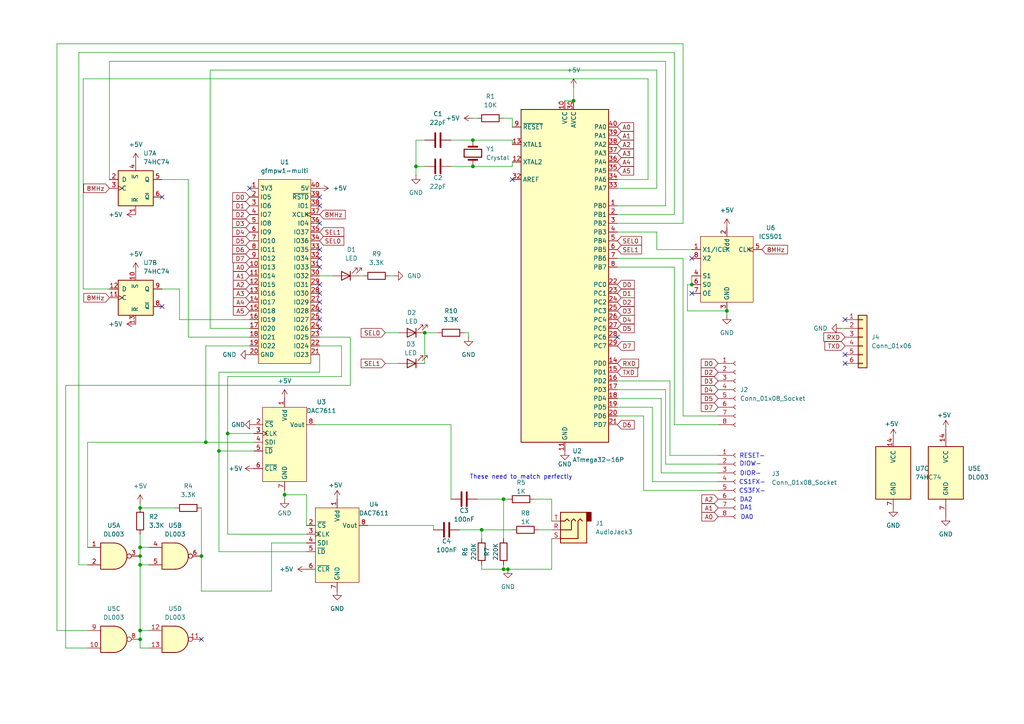
<source format=kicad_sch>
(kicad_sch (version 20231120) (generator "eeschema") (generator_version "8.0")
  (paper "A4")
  (lib_symbols
    (symbol "74xx:74HC74" (pin_names (offset 1.016))
      (property "Reference" "U" (at -7.62 8.89 0))
      (property "Value" "74HC74" (at -7.62 -8.89 0))
      (symbol "74HC74_1_0"
        (pin input line (at 0 -7.62 90) (length 2.54) (name "~{R}") (number "1"))
        (pin input line (at -7.62 2.54 0) (length 2.54) (name "D") (number "2"))
        (pin input clock (at -7.62 0 0) (length 2.54) (name "C") (number "3"))
        (pin input line (at 0 7.62 270) (length 2.54) (name "~{S}") (number "4"))
        (pin output line (at 7.62 2.54 180) (length 2.54) (name "Q") (number "5"))
        (pin output line (at 7.62 -2.54 180) (length 2.54) (name "~{Q}") (number "6"))
      )
      (symbol "74HC74_2_0"
        (pin input line (at 0 7.62 270) (length 2.54) (name "~{S}") (number "10"))
        (pin input clock (at -7.62 0 0) (length 2.54) (name "C") (number "11"))
        (pin input line (at -7.62 2.54 0) (length 2.54) (name "D") (number "12"))
        (pin input line (at 0 -7.62 90) (length 2.54) (name "~{R}") (number "13"))
        (pin output line (at 7.62 -2.54 180) (length 2.54) (name "~{Q}") (number "8"))
        (pin output line (at 7.62 2.54 180) (length 2.54) (name "Q") (number "9"))
      )
      (symbol "74HC74_3_0"
        (pin power_in line (at 0 10.16 270) (length 2.54) (name "VCC") (number "14"))
        (pin power_in line (at 0 -10.16 90) (length 2.54) (name "GND") (number "7"))
      )
    )
    (symbol "74xx:74LS03" (pin_names (offset 1.016))
      (property "Reference" "U" (at 0 1.27 0))
      (property "Value" "74LS03" (at 0 -1.27 0))
      (symbol "74LS03_1_1"
        (pin input line (at -7.62 2.54 0) (length 3.81) (name "~") (number "1"))
        (pin input line (at -7.62 -2.54 0) (length 3.81) (name "~") (number "2"))
        (pin open_collector inverted (at 7.62 0 180) (length 3.81) (name "~") (number "3"))
      )
      (symbol "74LS03_1_2"
        (pin input inverted (at -7.62 2.54 0) (length 4.318) (name "~") (number "1"))
        (pin input inverted (at -7.62 -2.54 0) (length 4.318) (name "~") (number "2"))
        (pin open_collector line (at 7.62 0 180) (length 3.81) (name "~") (number "3"))
      )
      (symbol "74LS03_2_1"
        (pin input line (at -7.62 2.54 0) (length 3.81) (name "~") (number "4"))
        (pin input line (at -7.62 -2.54 0) (length 3.81) (name "~") (number "5"))
        (pin open_collector inverted (at 7.62 0 180) (length 3.81) (name "~") (number "6"))
      )
      (symbol "74LS03_2_2"
        (pin input inverted (at -7.62 2.54 0) (length 4.318) (name "~") (number "4"))
        (pin input inverted (at -7.62 -2.54 0) (length 4.318) (name "~") (number "5"))
        (pin open_collector line (at 7.62 0 180) (length 3.81) (name "~") (number "6"))
      )
      (symbol "74LS03_3_1"
        (pin input line (at -7.62 -2.54 0) (length 3.81) (name "~") (number "10"))
        (pin open_collector inverted (at 7.62 0 180) (length 3.81) (name "~") (number "8"))
        (pin input line (at -7.62 2.54 0) (length 3.81) (name "~") (number "9"))
      )
      (symbol "74LS03_3_2"
        (pin input inverted (at -7.62 -2.54 0) (length 4.318) (name "~") (number "10"))
        (pin open_collector line (at 7.62 0 180) (length 3.81) (name "~") (number "8"))
        (pin input inverted (at -7.62 2.54 0) (length 4.318) (name "~") (number "9"))
      )
      (symbol "74LS03_4_1"
        (pin open_collector inverted (at 7.62 0 180) (length 3.81) (name "~") (number "11"))
        (pin input line (at -7.62 2.54 0) (length 3.81) (name "~") (number "12"))
        (pin input line (at -7.62 -2.54 0) (length 3.81) (name "~") (number "13"))
      )
      (symbol "74LS03_4_2"
        (pin open_collector line (at 7.62 0 180) (length 3.81) (name "~") (number "11"))
        (pin input inverted (at -7.62 2.54 0) (length 4.318) (name "~") (number "12"))
        (pin input inverted (at -7.62 -2.54 0) (length 4.318) (name "~") (number "13"))
      )
      (symbol "74LS03_5_0"
        (pin power_in line (at 0 12.7 270) (length 5.08) (name "VCC") (number "14"))
        (pin power_in line (at 0 -12.7 90) (length 5.08) (name "GND") (number "7"))
      )
    )
    (symbol "Connector:Conn_01x08_Socket" (pin_names (offset 1.016) hide)
      (property "Reference" "J" (at 0 10.16 0))
      (property "Value" "Conn_01x08_Socket" (at 0 -12.7 0))
      (symbol "Conn_01x08_Socket_1_1"
        (pin passive line (at -5.08 7.62 0) (length 3.81) (name "Pin_1") (number "1"))
        (pin passive line (at -5.08 5.08 0) (length 3.81) (name "Pin_2") (number "2"))
        (pin passive line (at -5.08 2.54 0) (length 3.81) (name "Pin_3") (number "3"))
        (pin passive line (at -5.08 0 0) (length 3.81) (name "Pin_4") (number "4"))
        (pin passive line (at -5.08 -2.54 0) (length 3.81) (name "Pin_5") (number "5"))
        (pin passive line (at -5.08 -5.08 0) (length 3.81) (name "Pin_6") (number "6"))
        (pin passive line (at -5.08 -7.62 0) (length 3.81) (name "Pin_7") (number "7"))
        (pin passive line (at -5.08 -10.16 0) (length 3.81) (name "Pin_8") (number "8"))
      )
    )
    (symbol "Connector_Audio:AudioJack3"
      (property "Reference" "J" (at 0 8.89 0))
      (property "Value" "AudioJack3" (at 0 6.35 0))
      (symbol "AudioJack3_1_1"
        (pin passive line (at 5.08 0 180) (length 2.54) (name "~") (number "R"))
        (pin passive line (at 5.08 2.54 180) (length 2.54) (name "~") (number "S"))
        (pin passive line (at 5.08 -2.54 180) (length 2.54) (name "~") (number "T"))
      )
    )
    (symbol "Connector_Generic:Conn_01x06" (pin_names (offset 1.016) hide)
      (property "Reference" "J" (at 0 7.62 0))
      (property "Value" "Conn_01x06" (at 0 -10.16 0))
      (symbol "Conn_01x06_1_1"
        (pin passive line (at -5.08 5.08 0) (length 3.81) (name "Pin_1") (number "1"))
        (pin passive line (at -5.08 2.54 0) (length 3.81) (name "Pin_2") (number "2"))
        (pin passive line (at -5.08 0 0) (length 3.81) (name "Pin_3") (number "3"))
        (pin passive line (at -5.08 -2.54 0) (length 3.81) (name "Pin_4") (number "4"))
        (pin passive line (at -5.08 -5.08 0) (length 3.81) (name "Pin_5") (number "5"))
        (pin passive line (at -5.08 -7.62 0) (length 3.81) (name "Pin_6") (number "6"))
      )
    )
    (symbol "Device:C" (pin_numbers hide) (pin_names (offset 0.254))
      (property "Reference" "C" (at 0.635 2.54 0))
      (property "Value" "C" (at 0.635 -2.54 0))
      (symbol "C_1_1"
        (pin passive line (at 0 3.81 270) (length 2.794) (name "~") (number "1"))
        (pin passive line (at 0 -3.81 90) (length 2.794) (name "~") (number "2"))
      )
    )
    (symbol "Device:Crystal" (pin_numbers hide) (pin_names (offset 1.016) hide)
      (property "Reference" "Y" (at 0 3.81 0))
      (property "Value" "Crystal" (at 0 -3.81 0))
      (symbol "Crystal_1_1"
        (pin passive line (at -3.81 0 0) (length 1.27) (name "1") (number "1"))
        (pin passive line (at 3.81 0 180) (length 1.27) (name "2") (number "2"))
      )
    )
    (symbol "Device:LED" (pin_numbers hide) (pin_names (offset 1.016) hide)
      (property "Reference" "D" (at 0 2.54 0))
      (property "Value" "LED" (at 0 -2.54 0))
      (symbol "LED_1_1"
        (pin passive line (at -3.81 0 0) (length 2.54) (name "K") (number "1"))
        (pin passive line (at 3.81 0 180) (length 2.54) (name "A") (number "2"))
      )
    )
    (symbol "Device:R" (pin_numbers hide) (pin_names (offset 0))
      (property "Reference" "R" (at 2.032 0 90))
      (property "Value" "R" (at 0 0 90))
      (symbol "R_1_1"
        (pin passive line (at 0 3.81 270) (length 1.27) (name "~") (number "1"))
        (pin passive line (at 0 -3.81 90) (length 1.27) (name "~") (number "2"))
      )
    )
    (symbol "MCU_Microchip_ATmega:ATmega32-16P"
      (property "Reference" "U" (at -12.7 49.53 0))
      (property "Value" "ATmega32-16P" (at 2.54 -49.53 0))
      (symbol "ATmega32-16P_1_1"
        (pin bidirectional line (at 15.24 20.32 180) (length 2.54) (name "PB0") (number "1"))
        (pin power_in line (at 0 50.8 270) (length 2.54) (name "VCC") (number "10"))
        (pin power_in line (at 0 -50.8 90) (length 2.54) (name "GND") (number "11"))
        (pin output line (at -15.24 33.02 0) (length 2.54) (name "XTAL2") (number "12"))
        (pin input line (at -15.24 38.1 0) (length 2.54) (name "XTAL1") (number "13"))
        (pin bidirectional line (at 15.24 -25.4 180) (length 2.54) (name "PD0") (number "14"))
        (pin bidirectional line (at 15.24 -27.94 180) (length 2.54) (name "PD1") (number "15"))
        (pin bidirectional line (at 15.24 -30.48 180) (length 2.54) (name "PD2") (number "16"))
        (pin bidirectional line (at 15.24 -33.02 180) (length 2.54) (name "PD3") (number "17"))
        (pin bidirectional line (at 15.24 -35.56 180) (length 2.54) (name "PD4") (number "18"))
        (pin bidirectional line (at 15.24 -38.1 180) (length 2.54) (name "PD5") (number "19"))
        (pin bidirectional line (at 15.24 17.78 180) (length 2.54) (name "PB1") (number "2"))
        (pin bidirectional line (at 15.24 -40.64 180) (length 2.54) (name "PD6") (number "20"))
        (pin bidirectional line (at 15.24 -43.18 180) (length 2.54) (name "PD7") (number "21"))
        (pin bidirectional line (at 15.24 -2.54 180) (length 2.54) (name "PC0") (number "22"))
        (pin bidirectional line (at 15.24 -5.08 180) (length 2.54) (name "PC1") (number "23"))
        (pin bidirectional line (at 15.24 -7.62 180) (length 2.54) (name "PC2") (number "24"))
        (pin bidirectional line (at 15.24 -10.16 180) (length 2.54) (name "PC3") (number "25"))
        (pin bidirectional line (at 15.24 -12.7 180) (length 2.54) (name "PC4") (number "26"))
        (pin bidirectional line (at 15.24 -15.24 180) (length 2.54) (name "PC5") (number "27"))
        (pin bidirectional line (at 15.24 -17.78 180) (length 2.54) (name "PC6") (number "28"))
        (pin bidirectional line (at 15.24 -20.32 180) (length 2.54) (name "PC7") (number "29"))
        (pin bidirectional line (at 15.24 15.24 180) (length 2.54) (name "PB2") (number "3"))
        (pin power_in line (at 2.54 50.8 270) (length 2.54) (name "AVCC") (number "30"))
        (pin passive line (at 0 -50.8 90) (length 2.54) hide (name "GND") (number "31"))
        (pin passive line (at -15.24 27.94 0) (length 2.54) (name "AREF") (number "32"))
        (pin bidirectional line (at 15.24 25.4 180) (length 2.54) (name "PA7") (number "33"))
        (pin bidirectional line (at 15.24 27.94 180) (length 2.54) (name "PA6") (number "34"))
        (pin bidirectional line (at 15.24 30.48 180) (length 2.54) (name "PA5") (number "35"))
        (pin bidirectional line (at 15.24 33.02 180) (length 2.54) (name "PA4") (number "36"))
        (pin bidirectional line (at 15.24 35.56 180) (length 2.54) (name "PA3") (number "37"))
        (pin bidirectional line (at 15.24 38.1 180) (length 2.54) (name "PA2") (number "38"))
        (pin bidirectional line (at 15.24 40.64 180) (length 2.54) (name "PA1") (number "39"))
        (pin bidirectional line (at 15.24 12.7 180) (length 2.54) (name "PB3") (number "4"))
        (pin bidirectional line (at 15.24 43.18 180) (length 2.54) (name "PA0") (number "40"))
        (pin bidirectional line (at 15.24 10.16 180) (length 2.54) (name "PB4") (number "5"))
        (pin bidirectional line (at 15.24 7.62 180) (length 2.54) (name "PB5") (number "6"))
        (pin bidirectional line (at 15.24 5.08 180) (length 2.54) (name "PB6") (number "7"))
        (pin bidirectional line (at 15.24 2.54 180) (length 2.54) (name "PB7") (number "8"))
        (pin input line (at -15.24 43.18 0) (length 2.54) (name "~{RESET}") (number "9"))
      )
    )
    (symbol "Tholin:DAC7611"
      (property "Reference" "U" (at 0 0 0))
      (property "Value" "DAC7611" (at 0 0 0))
      (symbol "DAC7611_1_1"
        (pin power_in line (at 0 0 270) (length 2.54) (name "Vdd") (number "1"))
        (pin input line (at -8.89 -7.62 0) (length 2.54) (name "~{CS}") (number "2"))
        (pin input clock (at -8.89 -10.16 0) (length 2.54) (name "CLK") (number "3"))
        (pin input line (at -8.89 -12.7 0) (length 2.54) (name "SDI") (number "4"))
        (pin input line (at -8.89 -15.24 0) (length 2.54) (name "~{LD}") (number "5"))
        (pin input line (at -8.89 -20.32 0) (length 2.54) (name "~{CLR}") (number "6"))
        (pin power_in line (at 0 -26.67 90) (length 2.54) (name "GND") (number "7"))
        (pin power_out line (at 8.89 -7.62 180) (length 2.54) (name "Vout") (number "8"))
      )
    )
    (symbol "Tholin:gfmpw1-multi"
      (property "Reference" "U" (at 0 0 0))
      (property "Value" "gfmpw1-multi" (at 0 0 0))
      (symbol "gfmpw1-multi_1_1"
        (pin power_out line (at -10.16 -3.81 0) (length 2.54) (name "3V3") (number "1"))
        (pin bidirectional line (at -10.16 -26.67 0) (length 2.54) (name "IO13") (number "10"))
        (pin bidirectional line (at -10.16 -29.21 0) (length 2.54) (name "IO14") (number "11"))
        (pin bidirectional line (at -10.16 -31.75 0) (length 2.54) (name "IO15") (number "12"))
        (pin bidirectional line (at -10.16 -34.29 0) (length 2.54) (name "IO16") (number "13"))
        (pin bidirectional line (at -10.16 -36.83 0) (length 2.54) (name "IO17") (number "14"))
        (pin bidirectional line (at -10.16 -39.37 0) (length 2.54) (name "IO18") (number "15"))
        (pin bidirectional line (at -10.16 -41.91 0) (length 2.54) (name "IO19") (number "16"))
        (pin bidirectional line (at -10.16 -44.45 0) (length 2.54) (name "IO20") (number "17"))
        (pin bidirectional line (at -10.16 -46.99 0) (length 2.54) (name "IO21") (number "18"))
        (pin bidirectional line (at -10.16 -49.53 0) (length 2.54) (name "IO22") (number "19"))
        (pin bidirectional line (at -10.16 -6.35 0) (length 2.54) (name "IO5") (number "2"))
        (pin power_in line (at -10.16 -52.07 0) (length 2.54) (name "GND") (number "20"))
        (pin bidirectional line (at 10.16 -52.07 180) (length 2.54) (name "IO23") (number "21"))
        (pin bidirectional line (at 10.16 -49.53 180) (length 2.54) (name "IO24") (number "22"))
        (pin bidirectional line (at 10.16 -46.99 180) (length 2.54) (name "IO25") (number "23"))
        (pin bidirectional line (at 10.16 -44.45 180) (length 2.54) (name "IO26") (number "24"))
        (pin bidirectional line (at 10.16 -41.91 180) (length 2.54) (name "IO27") (number "25"))
        (pin bidirectional line (at 10.16 -39.37 180) (length 2.54) (name "IO28") (number "26"))
        (pin bidirectional line (at 10.16 -36.83 180) (length 2.54) (name "IO29") (number "27"))
        (pin bidirectional line (at 10.16 -34.29 180) (length 2.54) (name "IO30") (number "28"))
        (pin bidirectional line (at 10.16 -31.75 180) (length 2.54) (name "IO31") (number "29"))
        (pin bidirectional line (at -10.16 -8.89 0) (length 2.54) (name "IO6") (number "3"))
        (pin bidirectional line (at 10.16 -29.21 180) (length 2.54) (name "IO32") (number "30"))
        (pin bidirectional line (at 10.16 -26.67 180) (length 2.54) (name "IO33") (number "31"))
        (pin bidirectional line (at 10.16 -24.13 180) (length 2.54) (name "IO34") (number "32"))
        (pin bidirectional line (at 10.16 -21.59 180) (length 2.54) (name "IO35") (number "33"))
        (pin bidirectional line (at 10.16 -19.05 180) (length 2.54) (name "IO36") (number "34"))
        (pin bidirectional line (at 10.16 -16.51 180) (length 2.54) (name "IO37") (number "35"))
        (pin bidirectional line (at 10.16 -13.97 180) (length 2.54) (name "IO4") (number "36"))
        (pin input clock (at 10.16 -11.43 180) (length 2.54) (name "XCLK") (number "37"))
        (pin bidirectional line (at 10.16 -8.89 180) (length 2.54) (name "IO1") (number "38"))
        (pin input line (at 10.16 -6.35 180) (length 2.54) (name "~{RSTD}") (number "39"))
        (pin bidirectional line (at -10.16 -11.43 0) (length 2.54) (name "IO7") (number "4"))
        (pin power_in line (at 10.16 -3.81 180) (length 2.54) (name "5V") (number "40"))
        (pin bidirectional line (at -10.16 -13.97 0) (length 2.54) (name "IO8") (number "5"))
        (pin bidirectional line (at -10.16 -16.51 0) (length 2.54) (name "IO9") (number "6"))
        (pin bidirectional line (at -10.16 -19.05 0) (length 2.54) (name "IO10") (number "7"))
        (pin bidirectional line (at -10.16 -21.59 0) (length 2.54) (name "IO11") (number "8"))
        (pin bidirectional line (at -10.16 -24.13 0) (length 2.54) (name "IO12") (number "9"))
      )
    )
    (symbol "TholinsStuff:ICS501"
      (property "Reference" "U" (at 0 0 0))
      (property "Value" "ICS501" (at 0 0 0))
      (symbol "ICS501_1_1"
        (pin input line (at -10.16 -7.62 0) (length 2.54) (name "X1/ICLK") (number "1"))
        (pin power_in line (at 0 -1.27 270) (length 2.54) (name "Vdd") (number "2"))
        (pin power_in line (at 0 -25.4 90) (length 2.54) (name "GND") (number "3"))
        (pin input line (at -10.16 -15.24 0) (length 2.54) (name "S1") (number "4"))
        (pin output clock (at 10.16 -7.62 180) (length 2.54) (name "CLK") (number "5"))
        (pin input line (at -10.16 -17.78 0) (length 2.54) (name "S0") (number "6"))
        (pin input line (at -10.16 -20.32 0) (length 2.54) (name "OE") (number "7"))
        (pin input line (at -10.16 -10.16 0) (length 2.54) (name "X2") (number "8"))
      )
    )
    (symbol "power:+5V" (power) (pin_numbers hide) (pin_names (offset 0) hide)
      (property "Value" "+5V" (at 0 3.556 0))
      (symbol "+5V_1_1"
        (pin power_in line (at 0 0 90) (length 0) (name "~") (number "1"))
      )
    )
    (symbol "power:GND" (power) (pin_numbers hide) (pin_names (offset 0) hide)
      (property "Value" "GND" (at 0 -3.81 0))
      (symbol "GND_1_1"
        (pin power_in line (at 0 0 270) (length 0) (name "~") (number "1"))
      )
    )
  )
  (junction (at 146.05 165.1))
  (junction (at 137.16 48.26))
  (junction (at 63.5 130.81))
  (junction (at 123.19 96.52))
  (junction (at 166.37 29.21))
  (junction (at 137.16 40.64))
  (junction (at 40.64 185.42))
  (junction (at 40.64 163.83))
  (junction (at 40.64 158.75))
  (junction (at 40.64 182.88))
  (junction (at 147.32 165.1))
  (junction (at 40.64 161.29))
  (junction (at 59.69 128.27))
  (junction (at 40.64 147.32))
  (junction (at 120.65 48.26))
  (junction (at 200.66 82.55))
  (junction (at 66.04 125.73))
  (junction (at 58.42 161.29))
  (junction (at 146.05 144.78))
  (junction (at 210.82 90.17))
  (junction (at 82.55 143.51))
  (junction (at 139.7 153.67))
  (no_connect (at 245.11 105.41))
  (no_connect (at 92.71 95.25))
  (no_connect (at 92.71 82.55))
  (no_connect (at 200.66 85.09))
  (no_connect (at 92.71 64.77))
  (no_connect (at 245.11 92.71))
  (no_connect (at 148.59 52.07))
  (no_connect (at 46.99 88.9))
  (no_connect (at 72.39 54.61))
  (no_connect (at 92.71 57.15))
  (no_connect (at 92.71 74.93))
  (no_connect (at 92.71 92.71))
  (no_connect (at 92.71 59.69))
  (no_connect (at 92.71 87.63))
  (no_connect (at 46.99 57.15))
  (no_connect (at 200.66 74.93))
  (no_connect (at 179.07 97.79))
  (no_connect (at 92.71 90.17))
  (no_connect (at 58.42 185.42))
  (no_connect (at 92.71 77.47))
  (no_connect (at 92.71 72.39))
  (no_connect (at 245.11 102.87))
  (no_connect (at 92.71 85.09))
  (wire (pts (xy 58.42 147.32) (xy 58.42 161.29)))
  (wire (pts (xy 60.96 20.32) (xy 190.5 20.32)))
  (wire (pts (xy 125.73 152.4) (xy 125.73 153.67)))
  (wire (pts (xy 139.7 163.83) (xy 139.7 165.1)))
  (wire (pts (xy 16.51 12.7) (xy 198.12 12.7)))
  (wire (pts (xy 137.16 40.64) (xy 148.59 40.64)))
  (wire (pts (xy 146.05 144.78) (xy 147.32 144.78)))
  (wire (pts (xy 146.05 144.78) (xy 146.05 156.21)))
  (wire (pts (xy 63.5 160.02) (xy 63.5 130.81)))
  (wire (pts (xy 135.89 96.52) (xy 135.89 97.79)))
  (wire (pts (xy 193.04 113.03) (xy 193.04 134.62)))
  (wire (pts (xy 111.76 105.41) (xy 115.57 105.41)))
  (wire (pts (xy 148.59 34.29) (xy 148.59 36.83)))
  (wire (pts (xy 195.58 15.24) (xy 195.58 62.23)))
  (wire (pts (xy 146.05 163.83) (xy 146.05 165.1)))
  (wire (pts (xy 24.13 22.86) (xy 187.96 22.86)))
  (wire (pts (xy 146.05 34.29) (xy 148.59 34.29)))
  (wire (pts (xy 139.7 153.67) (xy 148.59 153.67)))
  (wire (pts (xy 25.4 182.88) (xy 16.51 182.88)))
  (wire (pts (xy 58.42 161.29) (xy 58.42 171.45)))
  (wire (pts (xy 139.7 153.67) (xy 139.7 156.21)))
  (wire (pts (xy 194.31 110.49) (xy 194.31 132.08)))
  (wire (pts (xy 160.02 156.21) (xy 160.02 165.1)))
  (wire (pts (xy 46.99 52.07) (xy 54.61 52.07)))
  (wire (pts (xy 146.05 165.1) (xy 147.32 165.1)))
  (wire (pts (xy 54.61 52.07) (xy 54.61 97.79)))
  (wire (pts (xy 78.74 171.45) (xy 78.74 157.48)))
  (wire (pts (xy 92.71 80.01) (xy 96.52 80.01)))
  (wire (pts (xy 88.9 154.94) (xy 66.04 154.94)))
  (wire (pts (xy 166.37 25.4) (xy 166.37 29.21)))
  (wire (pts (xy 40.64 158.75) (xy 40.64 161.29)))
  (wire (pts (xy 189.23 139.7) (xy 208.28 139.7)))
  (wire (pts (xy 25.4 158.75) (xy 25.4 128.27)))
  (wire (pts (xy 31.75 17.78) (xy 31.75 52.07)))
  (wire (pts (xy 179.07 110.49) (xy 194.31 110.49)))
  (wire (pts (xy 179.07 59.69) (xy 193.04 59.69)))
  (wire (pts (xy 101.6 97.79) (xy 101.6 111.76)))
  (wire (pts (xy 106.68 152.4) (xy 125.73 152.4)))
  (wire (pts (xy 200.66 72.39) (xy 190.5 72.39)))
  (wire (pts (xy 160.02 144.78) (xy 160.02 151.13)))
  (wire (pts (xy 43.18 158.75) (xy 40.64 158.75)))
  (wire (pts (xy 40.64 147.32) (xy 50.8 147.32)))
  (wire (pts (xy 120.65 40.64) (xy 120.65 48.26)))
  (wire (pts (xy 198.12 74.93) (xy 198.12 120.65)))
  (wire (pts (xy 179.07 120.65) (xy 186.69 120.65)))
  (wire (pts (xy 179.07 113.03) (xy 193.04 113.03)))
  (wire (pts (xy 179.07 118.11) (xy 189.23 118.11)))
  (wire (pts (xy 43.18 163.83) (xy 40.64 163.83)))
  (wire (pts (xy 24.13 83.82) (xy 31.75 83.82)))
  (wire (pts (xy 120.65 48.26) (xy 123.19 48.26)))
  (wire (pts (xy 78.74 157.48) (xy 88.9 157.48)))
  (wire (pts (xy 99.06 109.22) (xy 66.04 109.22)))
  (wire (pts (xy 130.81 123.19) (xy 130.81 144.78)))
  (wire (pts (xy 88.9 160.02) (xy 63.5 160.02)))
  (wire (pts (xy 40.64 146.05) (xy 40.64 147.32)))
  (wire (pts (xy 200.66 82.55) (xy 199.39 82.55)))
  (wire (pts (xy 199.39 82.55) (xy 199.39 90.17)))
  (wire (pts (xy 72.39 95.25) (xy 60.96 95.25)))
  (wire (pts (xy 187.96 52.07) (xy 187.96 22.86)))
  (wire (pts (xy 88.9 152.4) (xy 88.9 143.51)))
  (wire (pts (xy 92.71 97.79) (xy 101.6 97.79)))
  (wire (pts (xy 130.81 40.64) (xy 137.16 40.64)))
  (wire (pts (xy 198.12 12.7) (xy 198.12 64.77)))
  (wire (pts (xy 40.64 182.88) (xy 40.64 185.42)))
  (wire (pts (xy 31.75 17.78) (xy 193.04 17.78)))
  (wire (pts (xy 63.5 107.95) (xy 63.5 130.81)))
  (wire (pts (xy 66.04 109.22) (xy 66.04 125.73)))
  (wire (pts (xy 195.58 62.23) (xy 179.07 62.23)))
  (wire (pts (xy 195.58 123.19) (xy 208.28 123.19)))
  (wire (pts (xy 179.07 77.47) (xy 195.58 77.47)))
  (wire (pts (xy 16.51 182.88) (xy 16.51 12.7)))
  (wire (pts (xy 52.07 83.82) (xy 52.07 92.71)))
  (wire (pts (xy 190.5 72.39) (xy 190.5 67.31)))
  (wire (pts (xy 59.69 128.27) (xy 73.66 128.27)))
  (wire (pts (xy 133.35 153.67) (xy 139.7 153.67)))
  (wire (pts (xy 92.71 102.87) (xy 92.71 107.95)))
  (wire (pts (xy 25.4 128.27) (xy 59.69 128.27)))
  (wire (pts (xy 200.66 80.01) (xy 200.66 82.55)))
  (wire (pts (xy 88.9 143.51) (xy 82.55 143.51)))
  (wire (pts (xy 66.04 125.73) (xy 73.66 125.73)))
  (wire (pts (xy 92.71 100.33) (xy 99.06 100.33)))
  (wire (pts (xy 210.82 91.44) (xy 210.82 90.17)))
  (wire (pts (xy 52.07 92.71) (xy 72.39 92.71)))
  (wire (pts (xy 179.07 115.57) (xy 191.77 115.57)))
  (wire (pts (xy 130.81 48.26) (xy 137.16 48.26)))
  (wire (pts (xy 198.12 120.65) (xy 208.28 120.65)))
  (wire (pts (xy 40.64 182.88) (xy 43.18 182.88)))
  (wire (pts (xy 123.19 96.52) (xy 127 96.52)))
  (wire (pts (xy 92.71 107.95) (xy 63.5 107.95)))
  (wire (pts (xy 24.13 22.86) (xy 24.13 83.82)))
  (wire (pts (xy 82.55 144.78) (xy 82.55 143.51)))
  (wire (pts (xy 194.31 132.08) (xy 208.28 132.08)))
  (wire (pts (xy 40.64 154.94) (xy 40.64 158.75)))
  (wire (pts (xy 123.19 40.64) (xy 120.65 40.64)))
  (wire (pts (xy 104.14 80.01) (xy 105.41 80.01)))
  (wire (pts (xy 40.64 163.83) (xy 40.64 161.29)))
  (wire (pts (xy 60.96 95.25) (xy 60.96 20.32)))
  (wire (pts (xy 154.94 144.78) (xy 160.02 144.78)))
  (wire (pts (xy 63.5 130.81) (xy 73.66 130.81)))
  (wire (pts (xy 19.05 187.96) (xy 25.4 187.96)))
  (wire (pts (xy 54.61 97.79) (xy 72.39 97.79)))
  (wire (pts (xy 156.21 153.67) (xy 160.02 153.67)))
  (wire (pts (xy 137.16 48.26) (xy 148.59 48.26)))
  (wire (pts (xy 195.58 77.47) (xy 195.58 123.19)))
  (wire (pts (xy 148.59 48.26) (xy 148.59 46.99)))
  (wire (pts (xy 138.43 144.78) (xy 146.05 144.78)))
  (wire (pts (xy 46.99 83.82) (xy 52.07 83.82)))
  (wire (pts (xy 40.64 187.96) (xy 40.64 185.42)))
  (wire (pts (xy 111.76 96.52) (xy 115.57 96.52)))
  (wire (pts (xy 91.44 123.19) (xy 130.81 123.19)))
  (wire (pts (xy 198.12 64.77) (xy 179.07 64.77)))
  (wire (pts (xy 243.84 95.25) (xy 245.11 95.25)))
  (wire (pts (xy 191.77 137.16) (xy 208.28 137.16)))
  (wire (pts (xy 190.5 20.32) (xy 190.5 54.61)))
  (wire (pts (xy 179.07 52.07) (xy 187.96 52.07)))
  (wire (pts (xy 190.5 67.31) (xy 179.07 67.31)))
  (wire (pts (xy 139.7 165.1) (xy 146.05 165.1)))
  (wire (pts (xy 66.04 154.94) (xy 66.04 125.73)))
  (wire (pts (xy 58.42 171.45) (xy 78.74 171.45)))
  (wire (pts (xy 134.62 96.52) (xy 135.89 96.52)))
  (wire (pts (xy 19.05 111.76) (xy 19.05 187.96)))
  (wire (pts (xy 22.86 15.24) (xy 195.58 15.24)))
  (wire (pts (xy 190.5 54.61) (xy 179.07 54.61)))
  (wire (pts (xy 59.69 100.33) (xy 59.69 128.27)))
  (wire (pts (xy 43.18 187.96) (xy 40.64 187.96)))
  (wire (pts (xy 160.02 165.1) (xy 147.32 165.1)))
  (wire (pts (xy 179.07 74.93) (xy 198.12 74.93)))
  (wire (pts (xy 72.39 100.33) (xy 59.69 100.33)))
  (wire (pts (xy 166.37 29.21) (xy 163.83 29.21)))
  (wire (pts (xy 193.04 59.69) (xy 193.04 17.78)))
  (wire (pts (xy 120.65 50.8) (xy 120.65 48.26)))
  (wire (pts (xy 186.69 142.24) (xy 208.28 142.24)))
  (wire (pts (xy 186.69 120.65) (xy 186.69 142.24)))
  (wire (pts (xy 137.16 34.29) (xy 138.43 34.29)))
  (wire (pts (xy 148.59 40.64) (xy 148.59 41.91)))
  (wire (pts (xy 199.39 90.17) (xy 210.82 90.17)))
  (wire (pts (xy 99.06 100.33) (xy 99.06 109.22)))
  (wire (pts (xy 25.4 163.83) (xy 22.86 163.83)))
  (wire (pts (xy 191.77 115.57) (xy 191.77 137.16)))
  (wire (pts (xy 123.19 105.41) (xy 123.19 96.52)))
  (wire (pts (xy 82.55 143.51) (xy 82.55 142.24)))
  (wire (pts (xy 189.23 118.11) (xy 189.23 139.7)))
  (wire (pts (xy 40.64 163.83) (xy 40.64 182.88)))
  (wire (pts (xy 113.03 80.01) (xy 114.3 80.01)))
  (wire (pts (xy 22.86 163.83) (xy 22.86 15.24)))
  (wire (pts (xy 101.6 111.76) (xy 19.05 111.76)))
  (wire (pts (xy 193.04 134.62) (xy 208.28 134.62)))
  (text "These need to match perfectly" (at 151.13 138.43 0) (effects (font (size 1.27 1.27))))
  (text "DA0" (at 216.662 150.114 0) (effects (font (size 1.27 1.27))))
  (text "DIOW-" (at 217.678 134.62 0) (effects (font (size 1.27 1.27))))
  (text "DA2" (at 216.408 145.034 0) (effects (font (size 1.27 1.27))))
  (text "CS1FX-" (at 218.186 139.954 0) (effects (font (size 1.27 1.27))))
  (text "RESET-" (at 218.186 132.334 0) (effects (font (size 1.27 1.27))))
  (text "DA1" (at 216.408 147.32 0) (effects (font (size 1.27 1.27))))
  (text "CS3FX-" (at 218.186 142.494 0) (effects (font (size 1.27 1.27))))
  (text "DIOR-" (at 217.678 137.414 0) (effects (font (size 1.27 1.27))))
  (global_label "A4" (shape input) (at 179.07 46.99 0) (property "Intersheetrefs" "${INTERSHEET_REFS}" (effects (hide yes))))
  (global_label "8MHz" (shape input) (at 220.98 72.39 0) (property "Intersheetrefs" "${INTERSHEET_REFS}" (effects (hide yes))))
  (global_label "SEL1" (shape input) (at 179.07 72.39 0) (property "Intersheetrefs" "${INTERSHEET_REFS}" (effects (hide yes))))
  (global_label "SEL1" (shape input) (at 92.71 67.31 0) (property "Intersheetrefs" "${INTERSHEET_REFS}" (effects (hide yes))))
  (global_label "8MHz" (shape input) (at 31.75 54.61 180) (property "Intersheetrefs" "${INTERSHEET_REFS}" (effects (hide yes))))
  (global_label "A5" (shape input) (at 179.07 49.53 0) (property "Intersheetrefs" "${INTERSHEET_REFS}" (effects (hide yes))))
  (global_label "D3" (shape input) (at 72.39 64.77 180) (property "Intersheetrefs" "${INTERSHEET_REFS}" (effects (hide yes))))
  (global_label "TXD" (shape input) (at 245.11 100.33 180) (property "Intersheetrefs" "${INTERSHEET_REFS}" (effects (hide yes))))
  (global_label "D2" (shape input) (at 179.07 87.63 0) (property "Intersheetrefs" "${INTERSHEET_REFS}" (effects (hide yes))))
  (global_label "A0" (shape input) (at 208.28 149.86 180) (property "Intersheetrefs" "${INTERSHEET_REFS}" (effects (hide yes))))
  (global_label "A0" (shape input) (at 72.39 77.47 180) (property "Intersheetrefs" "${INTERSHEET_REFS}" (effects (hide yes))))
  (global_label "D4" (shape input) (at 208.28 113.03 180) (property "Intersheetrefs" "${INTERSHEET_REFS}" (effects (hide yes))))
  (global_label "SEL0" (shape input) (at 111.76 96.52 180) (property "Intersheetrefs" "${INTERSHEET_REFS}" (effects (hide yes))))
  (global_label "RXD" (shape input) (at 245.11 97.79 180) (property "Intersheetrefs" "${INTERSHEET_REFS}" (effects (hide yes))))
  (global_label "D0" (shape input) (at 208.28 105.41 180) (property "Intersheetrefs" "${INTERSHEET_REFS}" (effects (hide yes))))
  (global_label "A4" (shape input) (at 72.39 87.63 180) (property "Intersheetrefs" "${INTERSHEET_REFS}" (effects (hide yes))))
  (global_label "D3" (shape input) (at 179.07 90.17 0) (property "Intersheetrefs" "${INTERSHEET_REFS}" (effects (hide yes))))
  (global_label "A3" (shape input) (at 179.07 44.45 0) (property "Intersheetrefs" "${INTERSHEET_REFS}" (effects (hide yes))))
  (global_label "SEL1" (shape input) (at 111.76 105.41 180) (property "Intersheetrefs" "${INTERSHEET_REFS}" (effects (hide yes))))
  (global_label "A1" (shape input) (at 208.28 147.32 180) (property "Intersheetrefs" "${INTERSHEET_REFS}" (effects (hide yes))))
  (global_label "D4" (shape input) (at 179.07 92.71 0) (property "Intersheetrefs" "${INTERSHEET_REFS}" (effects (hide yes))))
  (global_label "SEL0" (shape input) (at 179.07 69.85 0) (property "Intersheetrefs" "${INTERSHEET_REFS}" (effects (hide yes))))
  (global_label "D2" (shape input) (at 208.28 107.95 180) (property "Intersheetrefs" "${INTERSHEET_REFS}" (effects (hide yes))))
  (global_label "RXD" (shape input) (at 179.07 105.41 0) (property "Intersheetrefs" "${INTERSHEET_REFS}" (effects (hide yes))))
  (global_label "TXD" (shape input) (at 179.07 107.95 0) (property "Intersheetrefs" "${INTERSHEET_REFS}" (effects (hide yes))))
  (global_label "A2" (shape input) (at 72.39 82.55 180) (property "Intersheetrefs" "${INTERSHEET_REFS}" (effects (hide yes))))
  (global_label "A5" (shape input) (at 72.39 90.17 180) (property "Intersheetrefs" "${INTERSHEET_REFS}" (effects (hide yes))))
  (global_label "D0" (shape input) (at 72.39 57.15 180) (property "Intersheetrefs" "${INTERSHEET_REFS}" (effects (hide yes))))
  (global_label "D6" (shape input) (at 179.07 123.19 0) (property "Intersheetrefs" "${INTERSHEET_REFS}" (effects (hide yes))))
  (global_label "A2" (shape input) (at 208.28 144.78 180) (property "Intersheetrefs" "${INTERSHEET_REFS}" (effects (hide yes))))
  (global_label "A0" (shape input) (at 179.07 36.83 0) (property "Intersheetrefs" "${INTERSHEET_REFS}" (effects (hide yes))))
  (global_label "D5" (shape input) (at 179.07 95.25 0) (property "Intersheetrefs" "${INTERSHEET_REFS}" (effects (hide yes))))
  (global_label "8MHz" (shape input) (at 31.75 86.36 180) (property "Intersheetrefs" "${INTERSHEET_REFS}" (effects (hide yes))))
  (global_label "D6" (shape input) (at 72.39 72.39 180) (property "Intersheetrefs" "${INTERSHEET_REFS}" (effects (hide yes))))
  (global_label "D1" (shape input) (at 72.39 59.69 180) (property "Intersheetrefs" "${INTERSHEET_REFS}" (effects (hide yes))))
  (global_label "D7" (shape input) (at 72.39 74.93 180) (property "Intersheetrefs" "${INTERSHEET_REFS}" (effects (hide yes))))
  (global_label "A1" (shape input) (at 72.39 80.01 180) (property "Intersheetrefs" "${INTERSHEET_REFS}" (effects (hide yes))))
  (global_label "SEL0" (shape input) (at 92.71 69.85 0) (property "Intersheetrefs" "${INTERSHEET_REFS}" (effects (hide yes))))
  (global_label "A3" (shape input) (at 72.39 85.09 180) (property "Intersheetrefs" "${INTERSHEET_REFS}" (effects (hide yes))))
  (global_label "D5" (shape input) (at 208.28 115.57 180) (property "Intersheetrefs" "${INTERSHEET_REFS}" (effects (hide yes))))
  (global_label "8MHz" (shape input) (at 92.71 62.23 0) (property "Intersheetrefs" "${INTERSHEET_REFS}" (effects (hide yes))))
  (global_label "D4" (shape input) (at 72.39 67.31 180) (property "Intersheetrefs" "${INTERSHEET_REFS}" (effects (hide yes))))
  (global_label "D7" (shape input) (at 208.28 118.11 180) (property "Intersheetrefs" "${INTERSHEET_REFS}" (effects (hide yes))))
  (global_label "D1" (shape input) (at 179.07 85.09 0) (property "Intersheetrefs" "${INTERSHEET_REFS}" (effects (hide yes))))
  (global_label "A2" (shape input) (at 179.07 41.91 0) (property "Intersheetrefs" "${INTERSHEET_REFS}" (effects (hide yes))))
  (global_label "D7" (shape input) (at 179.07 100.33 0) (property "Intersheetrefs" "${INTERSHEET_REFS}" (effects (hide yes))))
  (global_label "D5" (shape input) (at 72.39 69.85 180) (property "Intersheetrefs" "${INTERSHEET_REFS}" (effects (hide yes))))
  (global_label "D0" (shape input) (at 179.07 82.55 0) (property "Intersheetrefs" "${INTERSHEET_REFS}" (effects (hide yes))))
  (global_label "D3" (shape input) (at 208.28 110.49 180) (property "Intersheetrefs" "${INTERSHEET_REFS}" (effects (hide yes))))
  (global_label "A1" (shape input) (at 179.07 39.37 0) (property "Intersheetrefs" "${INTERSHEET_REFS}" (effects (hide yes))))
  (global_label "D2" (shape input) (at 72.39 62.23 180) (property "Intersheetrefs" "${INTERSHEET_REFS}" (effects (hide yes))))
  (symbol (lib_id "Device:Crystal") (at 137.16 44.45 90) (unit 1)
    (property "Reference" "Y1" (at 140.97 43.1799 90) (effects (justify right)))
    (property "Value" "Crystal" (at 140.97 45.7199 90) (effects (justify right)))
    (property "Description" "Two pin crystal" (effects (hide yes)))
  )
  (symbol (lib_id "power:+5V") (at 274.32 124.46 0) (unit 1)
    (property "Reference" "#PWR015" (effects (hide yes)))
    (property "Value" "+5V" (at 273.812 120.396 0))
    (property "Description" "Power symbol creates a global label with name \"+5V\"" (effects (hide yes)))
  )
  (symbol (lib_id "74xx:74HC74") (at 259.08 137.16 0) (unit 3)
    (property "Reference" "U7" (at 265.43 135.8899 0) (effects (justify left)))
    (property "Value" "74HC74" (at 265.43 138.4299 0) (effects (justify left)))
    (property "Datasheet" "74xx/74hc_hct74.pdf" (effects (hide yes)))
    (property "Description" "Dual D Flip-flop, Set & Reset" (effects (hide yes)))
  )
  (symbol (lib_id "Device:R") (at 40.64 151.13 180) (unit 1)
    (property "Reference" "R2" (at 43.18 149.8599 0) (effects (justify right)))
    (property "Value" "3.3K" (at 43.18 152.3999 0) (effects (justify right)))
    (property "Footprint" "Resistor_THT:R_Axial_DIN0204_L3.6mm_D1.6mm_P7.62mm_Horizontal" (effects (hide yes)))
    (property "Description" "Resistor" (effects (hide yes)))
  )
  (symbol (lib_id "MCU_Microchip_ATmega:ATmega32-16P") (at 163.83 80.01 0) (unit 1)
    (property "Reference" "U2" (at 166.0241 130.81 0) (effects (justify left)))
    (property "Value" "ATmega32-16P" (at 166.0241 133.35 0) (effects (justify left)))
    (property "Footprint" "Package_DIP:DIP-40_W15.24mm" (effects (hide yes)))
    (property "Datasheet" "http://ww1.microchip.com/downloads/en/DeviceDoc/doc2503.pdf" (effects (hide yes)))
    (property "Description" "16MHz, 32kB Flash, 2kB SRAM, 1kB EEPROM, JTAG, DIP-40" (effects (hide yes)))
  )
  (symbol (lib_id "power:+5V") (at 97.79 144.78 0) (unit 1)
    (property "Reference" "#PWR09" (effects (hide yes)))
    (property "Value" "+5V" (at 97.282 140.716 0))
    (property "Description" "Power symbol creates a global label with name \"+5V\"" (effects (hide yes)))
  )
  (symbol (lib_id "Device:C") (at 129.54 153.67 90) (unit 1)
    (property "Reference" "C4" (at 129.54 156.972 90))
    (property "Value" "100nF" (at 129.54 159.512 90))
    (property "Footprint" "Capacitor_THT:C_Disc_D4.3mm_W1.9mm_P5.00mm" (effects (hide yes)))
    (property "Description" "Unpolarized capacitor" (effects (hide yes)))
  )
  (symbol (lib_id "Device:R") (at 142.24 34.29 90) (unit 1)
    (property "Reference" "R1" (at 142.24 27.94 90))
    (property "Value" "10K" (at 142.24 30.48 90))
    (property "Footprint" "Resistor_THT:R_Axial_DIN0204_L3.6mm_D1.6mm_P7.62mm_Horizontal" (effects (hide yes)))
    (property "Description" "Resistor" (effects (hide yes)))
  )
  (symbol (lib_id "Device:LED") (at 119.38 105.41 180) (unit 1)
    (property "Reference" "D3" (at 119.126 99.822 0))
    (property "Value" "LED" (at 119.126 102.362 0))
    (property "Description" "Light emitting diode" (effects (hide yes)))
  )
  (symbol (lib_id "Device:R") (at 109.22 80.01 270) (unit 1)
    (property "Reference" "R9" (at 109.22 73.66 90))
    (property "Value" "3.3K" (at 109.22 76.2 90))
    (property "Footprint" "Resistor_THT:R_Axial_DIN0204_L3.6mm_D1.6mm_P7.62mm_Horizontal" (effects (hide yes)))
    (property "Description" "Resistor" (effects (hide yes)))
  )
  (symbol (lib_id "Device:LED") (at 100.33 80.01 180) (unit 1)
    (property "Reference" "D1" (at 101.9175 72.39 0))
    (property "Value" "LED" (at 101.9175 74.93 0))
    (property "Description" "Light emitting diode" (effects (hide yes)))
  )
  (symbol (lib_id "Device:C") (at 127 40.64 90) (unit 1)
    (property "Reference" "C1" (at 127 33.02 90))
    (property "Value" "22pF" (at 127 35.56 90))
    (property "Footprint" "Capacitor_THT:C_Disc_D4.3mm_W1.9mm_P5.00mm" (effects (hide yes)))
    (property "Description" "Unpolarized capacitor" (effects (hide yes)))
  )
  (symbol (lib_id "power:GND") (at 135.89 97.79 0) (unit 1)
    (property "Reference" "#PWR020" (effects (hide yes)))
    (property "Value" "GND" (at 135.89 102.87 0))
    (property "Description" "Power symbol creates a global label with name \"GND\" , ground" (effects (hide yes)))
  )
  (symbol (lib_id "74xx:74LS03") (at 274.32 137.16 0) (unit 5)
    (property "Reference" "U5" (at 280.67 135.8899 0) (effects (justify left)))
    (property "Value" "DL003" (at 280.67 138.4299 0) (effects (justify left)))
    (property "Footprint" "Package_DIP:DIP-14_W7.62mm" (effects (hide yes)))
    (property "Datasheet" "http://www.ti.com/lit/gpn/sn74LS03" (effects (hide yes)))
    (property "Description" "Quad 2-input NAND open collector" (effects (hide yes)))
  )
  (symbol (lib_id "power:GND") (at 73.66 123.19 270) (unit 1)
    (property "Reference" "#PWR011" (effects (hide yes)))
    (property "Value" "GND" (at 71.12 123.19 90) (effects (justify right)))
    (property "Description" "Power symbol creates a global label with name \"GND\" , ground" (effects (hide yes)))
  )
  (symbol (lib_id "74xx:74LS03") (at 33.02 185.42 0) (unit 3)
    (property "Reference" "U5" (at 33.0117 176.53 0))
    (property "Value" "DL003" (at 33.0117 179.07 0))
    (property "Footprint" "Package_DIP:DIP-14_W7.62mm" (effects (hide yes)))
    (property "Datasheet" "http://www.ti.com/lit/gpn/sn74LS03" (effects (hide yes)))
    (property "Description" "Quad 2-input NAND open collector" (effects (hide yes)))
  )
  (symbol (lib_id "power:GND") (at 97.79 171.45 0) (unit 1)
    (property "Reference" "#PWR08" (effects (hide yes)))
    (property "Value" "GND" (at 97.79 176.53 0))
    (property "Description" "Power symbol creates a global label with name \"GND\" , ground" (effects (hide yes)))
  )
  (symbol (lib_id "Device:C") (at 127 48.26 90) (unit 1)
    (property "Reference" "C2" (at 127 51.562 90))
    (property "Value" "22pF" (at 127 54.102 90))
    (property "Footprint" "Capacitor_THT:C_Disc_D4.3mm_W1.9mm_P5.00mm" (effects (hide yes)))
    (property "Description" "Unpolarized capacitor" (effects (hide yes)))
  )
  (symbol (lib_id "power:+5V") (at 82.55 115.57 0) (unit 1)
    (property "Reference" "#PWR010" (effects (hide yes)))
    (property "Value" "+5V" (at 82.55 110.49 0))
    (property "Description" "Power symbol creates a global label with name \"+5V\"" (effects (hide yes)))
  )
  (symbol (lib_id "74xx:74HC74") (at 39.37 54.61 0) (unit 1)
    (property "Reference" "U7" (at 41.5641 44.45 0) (effects (justify left)))
    (property "Value" "74HC74" (at 41.5641 46.99 0) (effects (justify left)))
    (property "Datasheet" "74xx/74hc_hct74.pdf" (effects (hide yes)))
    (property "Description" "Dual D Flip-flop, Set & Reset" (effects (hide yes)))
  )
  (symbol (lib_id "Connector:Conn_01x08_Socket") (at 213.36 113.03 0) (unit 1)
    (property "Reference" "J2" (at 214.63 113.0299 0) (effects (justify left)))
    (property "Value" "Conn_01x08_Socket" (at 214.63 115.5699 0) (effects (justify left)))
    (property "Footprint" "Connector_PinHeader_2.54mm:PinHeader_1x08_P2.54mm_Vertical" (effects (hide yes)))
    (property "Description" "Generic connector, single row, 01x08, script generated" (effects (hide yes)))
  )
  (symbol (lib_id "Connector_Audio:AudioJack3") (at 165.1 153.67 180) (unit 1)
    (property "Reference" "J1" (at 172.72 151.765 0) (effects (justify right)))
    (property "Value" "AudioJack3" (at 172.72 154.305 0) (effects (justify right)))
    (property "Footprint" "Connector_Audio:Jack_3.5mm_CUI_SJ1-3523N_Horizontal" (effects (hide yes)))
  )
  (symbol (lib_id "power:+5V") (at 137.16 34.29 90) (unit 1)
    (property "Reference" "#PWR05" (effects (hide yes)))
    (property "Value" "+5V" (at 133.35 34.2899 90) (effects (justify left)))
    (property "Description" "Power symbol creates a global label with name \"+5V\"" (effects (hide yes)))
  )
  (symbol (lib_id "power:+5V") (at 40.64 146.05 0) (unit 1)
    (property "Reference" "#PWR016" (effects (hide yes)))
    (property "Value" "+5V" (at 40.64 140.97 0))
    (property "Description" "Power symbol creates a global label with name \"+5V\"" (effects (hide yes)))
  )
  (symbol (lib_id "power:GND") (at 114.3 80.01 90) (unit 1)
    (property "Reference" "#PWR019" (effects (hide yes)))
    (property "Value" "GND" (at 118.11 80.0099 90) (effects (justify right)))
    (property "Description" "Power symbol creates a global label with name \"GND\" , ground" (effects (hide yes)))
  )
  (symbol (lib_id "power:GND") (at 243.84 95.25 270) (unit 1)
    (property "Reference" "#PWR023" (effects (hide yes)))
    (property "Value" "GND" (at 240.03 95.25 90) (effects (justify right)))
  )
  (symbol (lib_id "Device:R") (at 54.61 147.32 270) (unit 1)
    (property "Reference" "R4" (at 54.61 140.97 90))
    (property "Value" "3.3K" (at 54.61 143.51 90))
    (property "Footprint" "Resistor_THT:R_Axial_DIN0204_L3.6mm_D1.6mm_P7.62mm_Horizontal" (effects (hide yes)))
    (property "Description" "Resistor" (effects (hide yes)))
  )
  (symbol (lib_id "74xx:74LS03") (at 50.8 185.42 0) (unit 4)
    (property "Reference" "U5" (at 50.7917 176.53 0))
    (property "Value" "DL003" (at 50.7917 179.07 0))
    (property "Footprint" "Package_DIP:DIP-14_W7.62mm" (effects (hide yes)))
    (property "Datasheet" "http://www.ti.com/lit/gpn/sn74LS03" (effects (hide yes)))
    (property "Description" "Quad 2-input NAND open collector" (effects (hide yes)))
  )
  (symbol (lib_id "Device:C") (at 134.62 144.78 90) (unit 1)
    (property "Reference" "C3" (at 134.62 148.082 90))
    (property "Value" "100nF" (at 134.62 150.622 90))
    (property "Footprint" "Capacitor_THT:C_Disc_D4.3mm_W1.9mm_P5.00mm" (effects (hide yes)))
    (property "Description" "Unpolarized capacitor" (effects (hide yes)))
  )
  (symbol (lib_id "power:+5V") (at 39.37 46.99 0) (unit 1)
    (property "Reference" "#PWR025" (effects (hide yes)))
    (property "Value" "+5V" (at 39.37 41.91 0))
    (property "Description" "Power symbol creates a global label with name \"+5V\"" (effects (hide yes)))
  )
  (symbol (lib_id "power:GND") (at 72.39 102.87 270) (unit 1)
    (property "Reference" "#PWR02" (effects (hide yes)))
    (property "Value" "GND" (at 68.58 102.8699 90) (effects (justify right)))
    (property "Description" "Power symbol creates a global label with name \"GND\" , ground" (effects (hide yes)))
  )
  (symbol (lib_id "Device:R") (at 151.13 144.78 270) (unit 1)
    (property "Reference" "R5" (at 151.13 139.954 90))
    (property "Value" "1K" (at 151.13 142.494 90))
    (property "Footprint" "Resistor_THT:R_Axial_DIN0204_L3.6mm_D1.6mm_P7.62mm_Horizontal" (effects (hide yes)))
  )
  (symbol (lib_id "Tholin:DAC7611") (at 97.79 144.78 0) (unit 1)
    (property "Reference" "U4" (at 108.458 146.304 0))
    (property "Value" "DAC7611" (at 108.458 148.844 0))
    (property "Footprint" "Package_DIP:DIP-8_W7.62mm" (effects (hide yes)))
    (property "Datasheet" "https://files.tholin.dev/Public/Datasheets/AnalogDevices/dac7611.pdf" (effects (hide yes)))
  )
  (symbol (lib_id "power:+5V") (at 259.08 127 0) (unit 1)
    (property "Reference" "#PWR017" (effects (hide yes)))
    (property "Value" "+5V" (at 258.572 122.936 0))
    (property "Description" "Power symbol creates a global label with name \"+5V\"" (effects (hide yes)))
  )
  (symbol (lib_id "power:+5V") (at 210.82 66.04 0) (unit 1)
    (property "Reference" "#PWR021" (effects (hide yes)))
    (property "Value" "+5V" (at 210.82 60.96 0))
    (property "Description" "Power symbol creates a global label with name \"+5V\"" (effects (hide yes)))
  )
  (symbol (lib_id "74xx:74LS03") (at 50.8 161.29 0) (unit 2)
    (property "Reference" "U5" (at 50.7917 152.4 0))
    (property "Value" "DL003" (at 50.7917 154.94 0))
    (property "Footprint" "Package_DIP:DIP-14_W7.62mm" (effects (hide yes)))
    (property "Datasheet" "http://www.ti.com/lit/gpn/sn74LS03" (effects (hide yes)))
    (property "Description" "Quad 2-input NAND open collector" (effects (hide yes)))
  )
  (symbol (lib_id "power:+5V") (at 39.37 62.23 90) (unit 1)
    (property "Reference" "#PWR026" (effects (hide yes)))
    (property "Value" "+5V" (at 35.56 62.2299 90) (effects (justify left)))
    (property "Description" "Power symbol creates a global label with name \"+5V\"" (effects (hide yes)))
  )
  (symbol (lib_id "Device:LED") (at 119.38 96.52 180) (unit 1)
    (property "Reference" "D2" (at 119.38 90.678 0))
    (property "Value" "LED" (at 119.38 93.218 0))
    (property "Description" "Light emitting diode" (effects (hide yes)))
  )
  (symbol (lib_id "Connector:Conn_01x08_Socket") (at 213.36 139.7 0) (unit 1)
    (property "Reference" "J3" (at 223.774 137.414 0) (effects (justify left)))
    (property "Value" "Conn_01x08_Socket" (at 223.774 139.954 0) (effects (justify left)))
    (property "Footprint" "Connector_PinHeader_2.54mm:PinHeader_1x08_P2.54mm_Vertical" (effects (hide yes)))
    (property "Description" "Generic connector, single row, 01x08, script generated" (effects (hide yes)))
  )
  (symbol (lib_id "Device:R") (at 152.4 153.67 270) (unit 1)
    (property "Reference" "R8" (at 152.4 148.844 90))
    (property "Value" "1K" (at 152.4 151.384 90))
    (property "Footprint" "Resistor_THT:R_Axial_DIN0204_L3.6mm_D1.6mm_P7.62mm_Horizontal" (effects (hide yes)))
  )
  (symbol (lib_id "Connector_Generic:Conn_01x06") (at 250.19 97.79 0) (unit 1)
    (property "Reference" "J4" (at 252.73 97.79 0) (effects (justify left)))
    (property "Value" "Conn_01x06" (at 252.73 100.33 0) (effects (justify left)))
    (property "Footprint" "Connector_PinSocket_2.54mm:PinSocket_1x06_P2.54mm_Vertical" (effects (hide yes)))
  )
  (symbol (lib_id "power:+5V") (at 73.66 135.89 90) (unit 1)
    (property "Reference" "#PWR013" (effects (hide yes)))
    (property "Value" "+5V" (at 70.358 135.89 90) (effects (justify left)))
    (property "Description" "Power symbol creates a global label with name \"+5V\"" (effects (hide yes)))
  )
  (symbol (lib_id "power:GND") (at 82.55 144.78 0) (unit 1)
    (property "Reference" "#PWR07" (effects (hide yes)))
    (property "Value" "GND" (at 82.55 148.844 0))
    (property "Description" "Power symbol creates a global label with name \"GND\" , ground" (effects (hide yes)))
  )
  (symbol (lib_id "Tholin:gfmpw1-multi") (at 82.55 50.8 0) (unit 1)
    (property "Reference" "U1" (at 82.55 46.99 0))
    (property "Value" "gfmpw1-multi" (at 82.55 49.53 0))
    (property "Footprint" "Package_DIP:DIP-40_W15.24mm_Socket" (effects (hide yes)))
  )
  (symbol (lib_id "power:GND") (at 120.65 50.8 0) (unit 1)
    (property "Reference" "#PWR06" (effects (hide yes)))
    (property "Value" "GND" (at 120.65 55.88 0))
    (property "Description" "Power symbol creates a global label with name \"GND\" , ground" (effects (hide yes)))
  )
  (symbol (lib_id "power:GND") (at 163.83 130.81 0) (unit 1)
    (property "Reference" "#PWR04" (effects (hide yes)))
    (property "Value" "GND" (at 163.83 134.62 0))
    (property "Description" "Power symbol creates a global label with name \"GND\" , ground" (effects (hide yes)))
  )
  (symbol (lib_id "power:+5V") (at 39.37 93.98 90) (unit 1)
    (property "Reference" "#PWR028" (effects (hide yes)))
    (property "Value" "+5V" (at 35.56 93.9799 90) (effects (justify left)))
    (property "Description" "Power symbol creates a global label with name \"+5V\"" (effects (hide yes)))
  )
  (symbol (lib_id "power:GND") (at 274.32 149.86 0) (unit 1)
    (property "Reference" "#PWR014" (effects (hide yes)))
    (property "Value" "GND" (at 274.32 154.94 0))
    (property "Description" "Power symbol creates a global label with name \"GND\" , ground" (effects (hide yes)))
  )
  (symbol (lib_id "power:GND") (at 210.82 91.44 0) (unit 1)
    (property "Reference" "#PWR022" (effects (hide yes)))
    (property "Value" "GND" (at 210.82 96.52 0))
    (property "Description" "Power symbol creates a global label with name \"GND\" , ground" (effects (hide yes)))
  )
  (symbol (lib_id "power:+5V") (at 166.37 25.4 0) (unit 1)
    (property "Reference" "#PWR03" (effects (hide yes)))
    (property "Value" "+5V" (at 166.37 20.32 0))
    (property "Description" "Power symbol creates a global label with name \"+5V\"" (effects (hide yes)))
  )
  (symbol (lib_id "power:+5V") (at 39.37 78.74 0) (unit 1)
    (property "Reference" "#PWR027" (effects (hide yes)))
    (property "Value" "+5V" (at 39.37 73.66 0))
    (property "Description" "Power symbol creates a global label with name \"+5V\"" (effects (hide yes)))
  )
  (symbol (lib_id "power:GND") (at 259.08 147.32 0) (unit 1)
    (property "Reference" "#PWR024" (effects (hide yes)))
    (property "Value" "GND" (at 259.08 152.4 0))
    (property "Description" "Power symbol creates a global label with name \"GND\" , ground" (effects (hide yes)))
  )
  (symbol (lib_id "TholinsStuff:ICS501") (at 210.82 64.77 0) (unit 1)
    (property "Reference" "U6" (at 223.52 66.0714 0))
    (property "Value" "ICS501" (at 223.52 68.6114 0))
    (property "Footprint" "Package_SO:SOIC-8_3.9x4.9mm_P1.27mm" (effects (hide yes)))
    (property "Datasheet" "https://files.tholin.dev/Public/Datasheets/ICS501_RevQ.pdf" (effects (hide yes)))
    (property "Description" "PLL Clock Multiplier" (effects (hide yes)))
  )
  (symbol (lib_id "power:+5V") (at 92.71 54.61 270) (unit 1)
    (property "Reference" "#PWR01" (effects (hide yes)))
    (property "Value" "+5V" (at 96.52 54.6099 90) (effects (justify left)))
    (property "Description" "Power symbol creates a global label with name \"+5V\"" (effects (hide yes)))
  )
  (symbol (lib_id "Device:R") (at 130.81 96.52 270) (unit 1)
    (property "Reference" "R10" (at 130.81 90.17 90))
    (property "Value" "3.3K" (at 130.81 92.71 90))
    (property "Footprint" "Resistor_THT:R_Axial_DIN0204_L3.6mm_D1.6mm_P7.62mm_Horizontal" (effects (hide yes)))
    (property "Description" "Resistor" (effects (hide yes)))
  )
  (symbol (lib_id "74xx:74HC74") (at 39.37 86.36 0) (unit 2)
    (property "Reference" "U7" (at 41.5641 76.2 0) (effects (justify left)))
    (property "Value" "74HC74" (at 41.5641 78.74 0) (effects (justify left)))
    (property "Datasheet" "74xx/74hc_hct74.pdf" (effects (hide yes)))
    (property "Description" "Dual D Flip-flop, Set & Reset" (effects (hide yes)))
  )
  (symbol (lib_id "Device:R") (at 139.7 160.02 0) (unit 1)
    (property "Reference" "R6" (at 134.874 160.02 90))
    (property "Value" "220K" (at 137.414 160.02 90))
    (property "Footprint" "Resistor_THT:R_Axial_DIN0204_L3.6mm_D1.6mm_P7.62mm_Horizontal" (effects (hide yes)))
  )
  (symbol (lib_id "power:GND") (at 147.32 165.1 0) (unit 1)
    (property "Reference" "#PWR018" (effects (hide yes)))
    (property "Value" "GND" (at 147.32 170.18 0))
    (property "Description" "Power symbol creates a global label with name \"GND\" , ground" (effects (hide yes)))
  )
  (symbol (lib_id "Device:R") (at 146.05 160.02 0) (unit 1)
    (property "Reference" "R7" (at 141.224 160.02 90))
    (property "Value" "220K" (at 143.764 160.02 90))
    (property "Footprint" "Resistor_THT:R_Axial_DIN0204_L3.6mm_D1.6mm_P7.62mm_Horizontal" (effects (hide yes)))
  )
  (symbol (lib_id "74xx:74LS03") (at 33.02 161.29 0) (unit 1)
    (property "Reference" "U5" (at 33.0117 152.4 0))
    (property "Value" "DL003" (at 33.0117 154.94 0))
    (property "Footprint" "Package_DIP:DIP-14_W7.62mm" (effects (hide yes)))
    (property "Datasheet" "http://www.ti.com/lit/gpn/sn74LS03" (effects (hide yes)))
    (property "Description" "Quad 2-input NAND open collector" (effects (hide yes)))
  )
  (symbol (lib_id "Tholin:DAC7611") (at 82.55 115.57 0) (unit 1)
    (property "Reference" "U3" (at 93.218 116.586 0))
    (property "Value" "DAC7611" (at 93.218 119.126 0))
    (property "Footprint" "Package_DIP:DIP-8_W7.62mm" (effects (hide yes)))
    (property "Datasheet" "https://files.tholin.dev/Public/Datasheets/AnalogDevices/dac7611.pdf" (effects (hide yes)))
  )
  (symbol (lib_id "power:+5V") (at 88.9 165.1 90) (unit 1)
    (property "Reference" "#PWR012" (effects (hide yes)))
    (property "Value" "+5V" (at 85.09 165.0999 90) (effects (justify left)))
    (property "Description" "Power symbol creates a global label with name \"+5V\"" (effects (hide yes)))
  )
)
</source>
